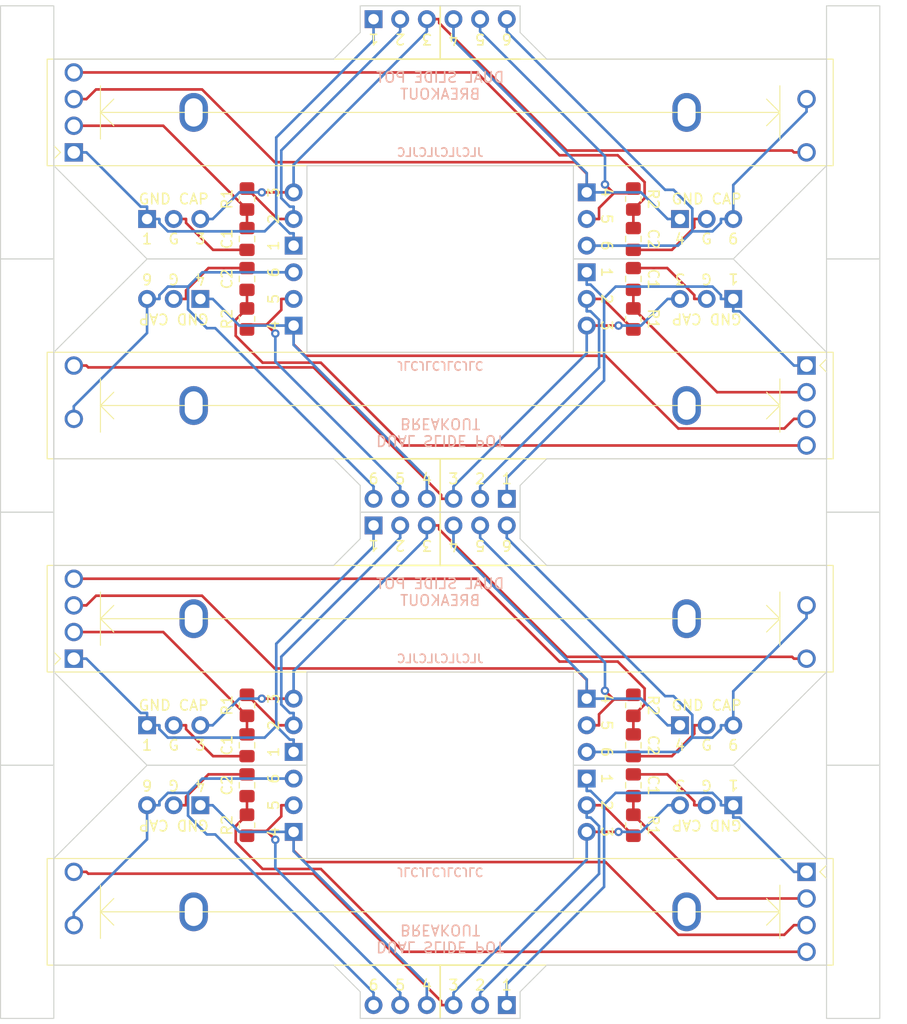
<source format=kicad_pcb>
(kicad_pcb (version 20221018) (generator pcbnew)
  (layers (0 "F.Cu" signal) (31 "B.Cu" signal) (34 "B.Paste" user) (35 "F.Paste" user) (36 "B.SilkS" user "B.Silkscreen") (37 "F.SilkS" user "F.Silkscreen") (38 "B.Mask" user) (39 "F.Mask" user) (44 "Edge.Cuts" user))
  (net 0 "")
  (net 1 "2")
  (net 2 "5")
  (net 3 "4")
  (net 4 "6")
  (net 5 "1")
  (net 6 "3")
  (net 7 "Net-(J1-C)")
  (net 8 "Net-(J2-C)")
  (net 9 "LOUT")
  (net 10 "ROUT")
  (footprint "Library:Potentiometer_60mm_Travel_Dual_Slide" (layer "F.Cu") (at 71.12 137.16 180)
    (fp_text reference "RV1" hide)
    (fp_text value "R_Potentiometer_Dual" hide)
  )
  (footprint "Library:PinHeader_1x03_P2.54mm_Vertical_no_silk" (layer "F.Cu") (at 48.26 127 -90)
    (fp_text reference "J2" hide)
    (fp_text value "Conn_01x03" hide)
  )
  (footprint "Library:PinHeader_1x03_P2.54mm_Vertical_no_silk" (layer "F.Cu") (at 43.18 119.38 90)
    (fp_text reference "J1" hide)
    (fp_text value "Conn_01x03" hide)
  )
  (footprint "Library:Potentiometer_60mm_Travel_Dual_Slide" (layer "F.Cu") (at 71.12 109.22)
    (fp_text reference "RV1" hide)
    (fp_text value "R_Potentiometer_Dual" hide)
  )
  (footprint "Resistor_SMD:R_0805_2012Metric_Pad1.20x1.40mm_HandSolder" (layer "F.Cu") (at 52.705 69.215 90)
    (fp_text reference "R1")
    (fp_text value "0R" hide)
  )
  (footprint "Library:PinHeader_1x03_P2.54mm_Vertical_no_silk" (layer "F.Cu") (at 99.06 78.740001 -90)
    (fp_text reference "J1" hide)
    (fp_text value "Conn_01x03" hide)
  )
  (footprint "Resistor_SMD:R_0805_2012Metric_Pad1.20x1.40mm_HandSolder" (layer "F.Cu") (at 89.535 128.905 -90)
    (fp_text reference "R1")
    (fp_text value "0R" hide)
  )
  (footprint "Resistor_SMD:R_0805_2012Metric_Pad1.20x1.40mm_HandSolder" (layer "F.Cu") (at 89.535 69.215 -90)
    (fp_text reference "R2")
    (fp_text value "0R" hide)
  )
  (footprint "Capacitor_SMD:C_0805_2012Metric_Pad1.18x1.45mm_HandSolder" (layer "F.Cu") (at 89.535 73.025 -90)
    (fp_text reference "C2")
    (fp_text value "1uF" hide)
  )
  (footprint "Library:PinHeader_1x03_P2.54mm_Vertical_no_silk" (layer "F.Cu") (at 43.18 71.12 90)
    (fp_text reference "J1" hide)
    (fp_text value "Conn_01x03" hide)
  )
  (footprint "Resistor_SMD:R_0805_2012Metric_Pad1.20x1.40mm_HandSolder" (layer "F.Cu") (at 89.535 117.475 -90)
    (fp_text reference "R2")
    (fp_text value "0R" hide)
  )
  (footprint "Resistor_SMD:R_0805_2012Metric_Pad1.20x1.40mm_HandSolder" (layer "F.Cu") (at 52.705 80.645 90)
    (fp_text reference "R2")
    (fp_text value "0R" hide)
  )
  (footprint "Capacitor_SMD:C_0805_2012Metric_Pad1.18x1.45mm_HandSolder" (layer "F.Cu") (at 89.535 76.835 90)
    (fp_text reference "C1")
    (fp_text value "1uF" hide)
  )
  (footprint "Capacitor_SMD:C_0805_2012Metric_Pad1.18x1.45mm_HandSolder" (layer "F.Cu") (at 52.705 125.095 90)
    (fp_text reference "C2")
    (fp_text value "1uF" hide)
  )
  (footprint "Capacitor_SMD:C_0805_2012Metric_Pad1.18x1.45mm_HandSolder" (layer "F.Cu") (at 89.535 121.285 -90)
    (fp_text reference "C2")
    (fp_text value "1uF" hide)
  )
  (footprint "Resistor_SMD:R_0805_2012Metric_Pad1.20x1.40mm_HandSolder" (layer "F.Cu") (at 52.705 128.905 90)
    (fp_text reference "R2")
    (fp_text value "0R" hide)
  )
  (footprint "Capacitor_SMD:C_0805_2012Metric_Pad1.18x1.45mm_HandSolder" (layer "F.Cu") (at 52.705 76.835 90)
    (fp_text reference "C2")
    (fp_text value "1uF" hide)
  )
  (footprint "Library:PinHeader_1x03_P2.54mm_Vertical_no_silk" (layer "F.Cu") (at 93.98 71.12 90)
    (fp_text reference "J2" hide)
    (fp_text value "Conn_01x03" hide)
  )
  (footprint "Library:PinHeader_1x03_P2.54mm_Vertical_no_silk" (layer "F.Cu") (at 99.06 127.000001 -90)
    (fp_text reference "J1" hide)
    (fp_text value "Conn_01x03" hide)
  )
  (footprint "Library:PinHeader_1x03_P2.54mm_Vertical_no_silk" (layer "F.Cu") (at 93.98 119.38 90)
    (fp_text reference "J2" hide)
    (fp_text value "Conn_01x03" hide)
  )
  (footprint "Library:Potentiometer_60mm_Travel_Dual_Slide" (layer "F.Cu") (at 71.12 60.96)
    (fp_text reference "RV1" hide)
    (fp_text value "R_Potentiometer_Dual" hide)
  )
  (footprint "Capacitor_SMD:C_0805_2012Metric_Pad1.18x1.45mm_HandSolder" (layer "F.Cu") (at 52.705 121.285 -90)
    (fp_text reference "C1")
    (fp_text value "1uF" hide)
  )
  (footprint "Resistor_SMD:R_0805_2012Metric_Pad1.20x1.40mm_HandSolder" (layer "F.Cu") (at 89.535 80.645 -90)
    (fp_text reference "R1")
    (fp_text value "0R" hide)
  )
  (footprint "Library:PinHeader_1x03_P2.54mm_Vertical_no_silk" (layer "F.Cu") (at 48.26 78.74 -90)
    (fp_text reference "J2" hide)
    (fp_text value "Conn_01x03" hide)
  )
  (footprint "Resistor_SMD:R_0805_2012Metric_Pad1.20x1.40mm_HandSolder" (layer "F.Cu") (at 52.705 117.475 90)
    (fp_text reference "R1")
    (fp_text value "0R" hide)
  )
  (footprint "Library:Potentiometer_60mm_Travel_Dual_Slide" (layer "F.Cu") (at 71.12 88.9 180)
    (fp_text reference "RV1" hide)
    (fp_text value "R_Potentiometer_Dual" hide)
  )
  (footprint "Capacitor_SMD:C_0805_2012Metric_Pad1.18x1.45mm_HandSolder" (layer "F.Cu") (at 89.535 125.095 90)
    (fp_text reference "C1")
    (fp_text value "1uF" hide)
  )
  (footprint "Capacitor_SMD:C_0805_2012Metric_Pad1.18x1.45mm_HandSolder" (layer "F.Cu") (at 52.705 73.025 -90)
    (fp_text reference "C1")
    (fp_text value "1uF" hide)
  )
  (footprint "Library:PinHeader_1x03_P2.54mm_Vertical_no_silk" (layer "B.Cu") (at 57.15 121.92)
    (fp_text reference "J3" hide)
    (fp_text value "Conn_01x03" hide)
  )
  (footprint "Library:PinHeader_1x06_P2.54mm_Vertical_no_silk" (layer "B.Cu") (at 64.77 100.33 -90)
    (fp_text reference "J6" hide)
    (fp_text value "Conn_01x06" hide)
  )
  (footprint "Library:PinHeader_1x06_P2.54mm_Vertical_no_silk" (layer "B.Cu") (at 77.47 146.05 90)
    (fp_text reference "J6" hide)
    (fp_text value "Conn_01x06" hide)
  )
  (footprint "Library:PinHeader_1x03_P2.54mm_Vertical_no_silk" (layer "B.Cu") (at 57.15 81.28)
    (fp_text reference "J4" hide)
    (fp_text value "Conn_01x03" hide)
  )
  (footprint "Library:PinHeader_1x06_P2.54mm_Vertical_no_silk" (layer "B.Cu") (at 64.77 52.07 -90)
    (fp_text reference "J6" hide)
    (fp_text value "Conn_01x06" hide)
  )
  (footprint "Library:PinHeader_1x06_P2.54mm_Vertical_no_silk" (layer "B.Cu") (at 77.47 97.79 90)
    (fp_text reference "J6" hide)
    (fp_text value "Conn_01x06" hide)
  )
  (footprint "Library:PinHeader_1x03_P2.54mm_Vertical_no_silk" (layer "B.Cu") (at 85.09 124.46 180)
    (fp_text reference "J3" hide)
    (fp_text value "Conn_01x03" hide)
  )
  (footprint "Library:PinHeader_1x03_P2.54mm_Vertical_no_silk" (layer "B.Cu") (at 85.09 68.58 180)
    (fp_text reference "J4" hide)
    (fp_text value "Conn_01x03" hide)
  )
  (footprint "Library:PinHeader_1x03_P2.54mm_Vertical_no_silk" (layer "B.Cu") (at 57.15 73.66)
    (fp_text reference "J3" hide)
    (fp_text value "Conn_01x03" hide)
  )
  (footprint "Library:PinHeader_1x03_P2.54mm_Vertical_no_silk" (layer "B.Cu") (at 85.09 76.2 180)
    (fp_text reference "J3" hide)
    (fp_text value "Conn_01x03" hide)
  )
  (footprint "Library:PinHeader_1x03_P2.54mm_Vertical_no_silk" (layer "B.Cu") (at 57.15 129.54)
    (fp_text reference "J4" hide)
    (fp_text value "Conn_01x03" hide)
  )
  (footprint "Library:PinHeader_1x03_P2.54mm_Vertical_no_silk" (layer "B.Cu") (at 85.09 116.84 180)
    (fp_text reference "J4" hide)
    (fp_text value "Conn_01x03" hide)
  )
  (gr_line (start 71.12 142.239999) (end 78.74 142.24) (stroke (width 0.15)) (layer "F.SilkS"))
  (gr_line (start 71.12 93.979999) (end 63.5 93.98) (stroke (width 0.15)) (layer "F.SilkS"))
  (gr_line (start 71.12 104.14) (end 78.74 104.14) (stroke (width 0.15)) (layer "F.SilkS"))
  (gr_line (start 71.12 142.239999) (end 63.5 142.24) (stroke (width 0.15)) (layer "F.SilkS"))
  (gr_line (start 71.12 99.06) (end 71.12 104.14) (stroke (width 0.15)) (layer "F.SilkS"))
  (gr_line (start 71.12 99.06) (end 71.12 93.979999) (stroke (width 0.15)) (layer "F.SilkS"))
  (gr_line (start 71.12 147.32) (end 71.12 142.239999) (stroke (width 0.15)) (layer "F.SilkS"))
  (gr_line (start 71.12 93.979999) (end 78.74 93.98) (stroke (width 0.15)) (layer "F.SilkS"))
  (gr_line (start 71.12 55.88) (end 63.5 55.88) (stroke (width 0.15)) (layer "F.SilkS"))
  (gr_line (start 71.12 104.14) (end 63.5 104.14) (stroke (width 0.15)) (layer "F.SilkS"))
  (gr_line (start 71.12 55.88) (end 78.74 55.88) (stroke (width 0.15)) (layer "F.SilkS"))
  (gr_line (start 71.12 50.8) (end 71.12 55.88) (stroke (width 0.15)) (layer "F.SilkS"))
  (gr_line (start 58.42 66.04) (end 58.42 74.93) (stroke (width 0.1)) (layer "Edge.Cuts"))
  (gr_line (start 83.82 114.3) (end 58.42 114.3) (stroke (width 0.1)) (layer "Edge.Cuts"))
  (gr_line (start 107.95 142.24) (end 81.279999 142.24) (stroke (width 0.1)) (layer "Edge.Cuts"))
  (gr_line (start 63.5 101.6) (end 63.5 99.06) (stroke (width 0.1)) (layer "Edge.Cuts"))
  (gr_line (start 63.5 50.8) (end 78.74 50.8) (stroke (width 0.1)) (layer "Edge.Cuts"))
  (gr_line (start 78.74 50.8) (end 78.74 53.34) (stroke (width 0.1)) (layer "Edge.Cuts"))
  (gr_line (start 78.74 96.52) (end 81.279999 93.98) (stroke (width 0.1)) (layer "Edge.Cuts"))
  (gr_line (start 60.960001 93.98) (end 34.29 93.98) (stroke (width 0.1)) (layer "Edge.Cuts"))
  (gr_rect (start 107.95 50.8) (end 113.03 74.93) (stroke (width 0.1)) (fill none) (layer "Edge.Cuts"))
  (gr_line (start 107.95 132.08) (end 107.95 142.24) (stroke (width 0.1)) (layer "Edge.Cuts"))
  (gr_line (start 58.42 123.19) (end 58.419999 132.08) (stroke (width 0.1)) (layer "Edge.Cuts"))
  (gr_line (start 34.29 114.3) (end 34.29 104.14) (stroke (width 0.1)) (layer "Edge.Cuts"))
  (gr_line (start 34.29 55.88) (end 60.96 55.88) (stroke (width 0.1)) (layer "Edge.Cuts"))
  (gr_line (start 58.419999 132.08) (end 83.820001 132.08) (stroke (width 0.1)) (layer "Edge.Cuts"))
  (gr_line (start 58.42 74.93) (end 43.18 74.93) (stroke (width 0.1)) (layer "Edge.Cuts"))
  (gr_line (start 63.5 99.06) (end 78.74 99.06) (stroke (width 0.1)) (layer "Edge.Cuts"))
  (gr_line (start 107.95 114.3) (end 99.06 123.19) (stroke (width 0.1)) (layer "Edge.Cuts"))
  (gr_rect (start 107.95 74.93) (end 113.03 99.06) (stroke (width 0.1)) (fill none) (layer "Edge.Cuts"))
  (gr_line (start 107.95 104.14) (end 107.95 114.3) (stroke (width 0.1)) (layer "Edge.Cuts"))
  (gr_line (start 99.06 74.93) (end 83.82 74.93) (stroke (width 0.1)) (layer "Edge.Cuts"))
  (gr_line (start 107.95 83.82) (end 99.06 74.93) (stroke (width 0.1)) (layer "Edge.Cuts"))
  (gr_line (start 78.74 99.06) (end 78.74 101.6) (stroke (width 0.1)) (layer "Edge.Cuts"))
  (gr_line (start 78.74 53.34) (end 81.28 55.88) (stroke (width 0.1)) (layer "Edge.Cuts"))
  (gr_rect (start 107.95 99.06) (end 113.03 123.19) (stroke (width 0.1)) (fill none) (layer "Edge.Cuts"))
  (gr_line (start 58.42 74.93) (end 58.419999 83.82) (stroke (width 0.1)) (layer "Edge.Cuts"))
  (gr_line (start 83.82 123.19) (end 99.06 123.19) (stroke (width 0.1)) (layer "Edge.Cuts"))
  (gr_rect (start 29.21 99.06) (end 34.29 123.19) (stroke (width 0.1)) (fill none) (layer "Edge.Cuts"))
  (gr_line (start 34.29 83.82) (end 43.18 74.93) (stroke (width 0.1)) (layer "Edge.Cuts"))
  (gr_line (start 34.29 104.14) (end 60.96 104.14) (stroke (width 0.1)) (layer "Edge.Cuts"))
  (gr_line (start 81.28 55.88) (end 107.95 55.88) (stroke (width 0.1)) (layer "Edge.Cuts"))
  (gr_line (start 83.82 74.93) (end 99.06 74.93) (stroke (width 0.1)) (layer "Edge.Cuts"))
  (gr_line (start 78.74 147.32) (end 63.5 147.32) (stroke (width 0.1)) (layer "Edge.Cuts"))
  (gr_line (start 63.5 53.34) (end 63.5 50.8) (stroke (width 0.1)) (layer "Edge.Cuts"))
  (gr_line (start 60.960001 142.24) (end 34.29 142.24) (stroke (width 0.1)) (layer "Edge.Cuts"))
  (gr_line (start 81.28 104.14) (end 107.95 104.14) (stroke (width 0.1)) (layer "Edge.Cuts"))
  (gr_line (start 34.29 114.3) (end 43.18 123.19) (stroke (width 0.1)) (layer "Edge.Cuts"))
  (gr_line (start 99.06 123.19) (end 83.82 123.19) (stroke (width 0.1)) (layer "Edge.Cuts"))
  (gr_line (start 43.18 123.19) (end 58.42 123.19) (stroke (width 0.1)) (layer "Edge.Cuts"))
  (gr_line (start 58.42 123.19) (end 43.18 123.19) (stroke (width 0.1)) (layer "Edge.Cuts"))
  (gr_line (start 63.5 101.6) (end 60.96 104.14) (stroke (width 0.1)) (layer "Edge.Cuts"))
  (gr_line (start 63.5 147.32) (end 63.5 144.78) (stroke (width 0.1)) (layer "Edge.Cuts"))
  (gr_line (start 83.82 66.04) (end 58.42 66.04) (stroke (width 0.1)) (layer "Edge.Cuts"))
  (gr_line (start 78.74 96.52) (end 78.74 99.06) (stroke (width 0.1)) (layer "Edge.Cuts"))
  (gr_line (start 63.5 144.78) (end 60.960001 142.24) (stroke (width 0.1)) (layer "Edge.Cuts"))
  (gr_line (start 34.29 66.04) (end 43.18 74.93) (stroke (width 0.1)) (layer "Edge.Cuts"))
  (gr_line (start 34.29 132.08) (end 43.18 123.19) (stroke (width 0.1)) (layer "Edge.Cuts"))
  (gr_line (start 34.29 142.24) (end 34.29 132.08) (stroke (width 0.1)) (layer "Edge.Cuts"))
  (gr_line (start 107.95 66.04) (end 99.06 74.93) (stroke (width 0.1)) (layer "Edge.Cuts"))
  (gr_line (start 63.5 53.34) (end 60.96 55.88) (stroke (width 0.1)) (layer "Edge.Cuts"))
  (gr_line (start 78.74 101.6) (end 81.28 104.14) (stroke (width 0.1)) (layer "Edge.Cuts"))
  (gr_line (start 83.820001 83.82) (end 83.82 74.93) (stroke (width 0.1)) (layer "Edge.Cuts"))
  (gr_line (start 78.74 144.78) (end 78.74 147.32) (stroke (width 0.1)) (layer "Edge.Cuts"))
  (gr_line (start 78.74 99.06) (end 63.5 99.06) (stroke (width 0.1)) (layer "Edge.Cuts"))
  (gr_line (start 43.18 74.93) (end 58.42 74.93) (stroke (width 0.1)) (layer "Edge.Cuts"))
  (gr_line (start 63.5 96.52) (end 60.960001 93.98) (stroke (width 0.1)) (layer "Edge.Cuts"))
  (gr_line (start 107.95 132.08) (end 99.06 123.19) (stroke (width 0.1)) (layer "Edge.Cuts"))
  (gr_line (start 78.74 144.78) (end 81.279999 142.24) (stroke (width 0.1)) (layer "Edge.Cuts"))
  (gr_line (start 107.95 55.88) (end 107.95 66.04) (stroke (width 0.1)) (layer "Edge.Cuts"))
  (gr_line (start 34.29 66.04) (end 34.29 55.88) (stroke (width 0.1)) (layer "Edge.Cuts"))
  (gr_line (start 34.29 93.98) (end 34.29 83.82) (stroke (width 0.1)) (layer "Edge.Cuts"))
  (gr_line (start 63.5 99.06) (end 63.5 96.52) (stroke (width 0.1)) (layer "Edge.Cuts"))
  (gr_rect (start 107.95 123.19) (end 113.03 147.32) (stroke (width 0.1)) (fill none) (layer "Edge.Cuts"))
  (gr_rect (start 29.21 74.93) (end 34.29 99.06) (stroke (width 0.1)) (fill none) (layer "Edge.Cuts"))
  (gr_line (start 83.82 74.93) (end 83.82 66.04) (stroke (width 0.1)) (layer "Edge.Cuts"))
  (gr_line (start 107.95 93.98) (end 81.279999 93.98) (stroke (width 0.1)) (layer "Edge.Cuts"))
  (gr_rect (start 29.21 50.8) (end 34.29 74.93) (stroke (width 0.1)) (fill none) (layer "Edge.Cuts"))
  (gr_rect (start 29.21 123.19) (end 34.29 147.32) (stroke (width 0.1)) (fill none) (layer "Edge.Cuts"))
  (gr_line (start 58.419999 83.82) (end 83.820001 83.82) (stroke (width 0.1)) (layer "Edge.Cuts"))
  (gr_line (start 107.95 83.82) (end 107.95 93.98) (stroke (width 0.1)) (layer "Edge.Cuts"))
  (gr_line (start 83.820001 132.08) (end 83.82 123.19) (stroke (width 0.1)) (layer "Edge.Cuts"))
  (gr_line (start 58.42 114.3) (end 58.42 123.19) (stroke (width 0.1)) (layer "Edge.Cuts"))
  (gr_line (start 83.82 123.19) (end 83.82 114.3) (stroke (width 0.1)) (layer "Edge.Cuts"))
  (gr_text "JLCJLCJLCJLC" (at 71.12 85.09 180) (layer "B.SilkS") (effects (font (size 0.8 0.8)) (justify mirror)))
  (gr_text "DUAL SLIDE POT\nBREAKOUT" (at 71.12 106.68) (layer "B.SilkS") (effects (font (size 1 1)) (justify mirror)))
  (gr_text "DUAL SLIDE POT\nBREAKOUT" (at 71.12 91.44 180) (layer "B.SilkS") (effects (font (size 1 1)) (justify mirror)))
  (gr_text "DUAL SLIDE POT\nBREAKOUT" (at 71.12 58.42) (layer "B.SilkS") (effects (font (size 1 1)) (justify mirror)))
  (gr_text "DUAL SLIDE POT\nBREAKOUT" (at 71.12 139.7 180) (layer "B.SilkS") (effects (font (size 1 1)) (justify mirror)))
  (gr_text "JLCJLCJLCJLC" (at 71.12 133.35 180) (layer "B.SilkS") (effects (font (size 0.8 0.8)) (justify mirror)))
  (gr_text "JLCJLCJLCJLC" (at 71.12 64.77) (layer "B.SilkS") (effects (font (size 0.8 0.8)) (justify mirror)))
  (gr_text "JLCJLCJLCJLC" (at 71.12 113.03) (layer "B.SilkS") (effects (font (size 0.8 0.8)) (justify mirror)))
  (gr_text "4" (at 93.98 121.285) (layer "F.SilkS") (effects (font (size 1 1))))
  (gr_text "2" (at 74.93 95.885) (layer "F.SilkS") (effects (font (size 1 1))))
  (gr_text "4" (at 69.85 95.884999) (layer "F.SilkS") (effects (font (size 1 1))))
  (gr_text "5" (at 55.245 127 90) (layer "F.SilkS") (effects (font (size 1 1))))
  (gr_text "2" (at 55.245 71.12 90) (layer "F.SilkS") (effects (font (size 1 1))))
  (gr_text "3" (at 48.26 73.025) (layer "F.SilkS") (effects (font (size 1 1))))
  (gr_text "4" (at 86.995 68.58 270) (layer "F.SilkS") (effects (font (size 1 1))))
  (gr_text "2" (at 67.31 53.975 180) (layer "F.SilkS") (effects (font (size 1 1))))
  (gr_text "GND CAP" (at 96.52 117.475) (layer "F.SilkS") (effects (font (size 1 1))))
  (gr_text "GND CAP" (at 45.72 128.905 180) (layer "F.SilkS") (effects (font (size 1 1))))
  (gr_text "5" (at 86.995 71.12 270) (layer "F.SilkS") (effects (font (size 1 1))))
  (gr_text "2" (at 86.995 78.74 -90) (layer "F.SilkS") (effects (font (size 1 1))))
  (gr_text "1" (at 86.995 124.46 -90) (layer "F.SilkS") (effects (font (size 1 1))))
  (gr_text "3" (at 48.26 121.285) (layer "F.SilkS") (effects (font (size 1 1))))
  (gr_text "1" (at 99.06 125.095 180) (layer "F.SilkS") (effects (font (size 1 1))))
  (gr_text "3" (at 93.98 76.835 180) (layer "F.SilkS") (effects (font (size 1 1))))
  (gr_text "4" (at 93.98 73.025) (layer "F.SilkS") (effects (font (size 1 1))))
  (gr_text "5" (at 67.31 95.885) (layer "F.SilkS") (effects (font (size 1 1))))
  (gr_text "3" (at 69.85 102.235 180) (layer "F.SilkS") (effects (font (size 1 1))))
  (gr_text "6" (at 99.06 121.285) (layer "F.SilkS") (effects (font (size 1 1))))
  (gr_text "6" (at 99.06 73.025) (layer "F.SilkS") (effects (font (size 1 1))))
  (gr_text "2" (at 74.93 144.145) (layer "F.SilkS") (effects (font (size 1 1))))
  (gr_text "GND CAP" (at 96.52 69.215) (layer "F.SilkS") (effects (font (size 1 1))))
  (gr_text "3" (at 55.245 116.84 90) (layer "F.SilkS") (effects (font (size 1 1))))
  (gr_text "6" (at 77.47 102.235 180) (layer "F.SilkS") (effects (font (size 1 1))))
  (gr_text "6" (at 77.47 53.975 180) (layer "F.SilkS") (effects (font (size 1 1))))
  (gr_text "3" (at 86.995 129.54 -90) (layer "F.SilkS") (effects (font (size 1 1))))
  (gr_text "2" (at 55.245 119.38 90) (layer "F.SilkS") (effects (font (size 1 1))))
  (gr_text "GND CAP" (at 45.72 117.475) (layer "F.SilkS") (effects (font (size 1 1))))
  (gr_text "1" (at 43.18 73.025) (layer "F.SilkS") (effects (font (size 1 1))))
  (gr_text "5" (at 74.93 53.975 180) (layer "F.SilkS") (effects (font (size 1 1))))
  (gr_text "5" (at 55.245 78.74 90) (layer "F.SilkS") (effects (font (size 1 1))))
  (gr_text "6" (at 55.245 124.46 90) (layer "F.SilkS") (effects (font (size 1 1))))
  (gr_text "3" (at 55.245 68.58 90) (layer "F.SilkS") (effects (font (size 1 1))))
  (gr_text "1" (at 77.47 144.145) (layer "F.SilkS") (effects (font (size 1 1))))
  (gr_text "GND CAP" (at 45.72 69.215) (layer "F.SilkS") (effects (font (size 1 1))))
  (gr_text "3" (at 72.39 144.144999) (layer "F.SilkS") (effects (font (size 1 1))))
  (gr_text "4" (at 86.995 116.84 270) (layer "F.SilkS") (effects (font (size 1 1))))
  (gr_text "G" (at 96.52 73.025) (layer "F.SilkS") (effects (font (size 1 1))))
  (gr_text "G" (at 96.52 125.095 180) (layer "F.SilkS") (effects (font (size 1 1))))
  (gr_text "1" (at 64.77 53.975 180) (layer "F.SilkS") (effects (font (size 1 1))))
  (gr_text "G" (at 96.52 121.285) (layer "F.SilkS") (effects (font (size 1 1))))
  (gr_text "3" (at 93.98 125.095 180) (layer "F.SilkS") (effects (font (size 1 1))))
  (gr_text "GND CAP" (at 96.52 128.905 180) (layer "F.SilkS") (effects (font (size 1 1))))
  (gr_text "2" (at 86.995 127 -90) (layer "F.SilkS") (effects (font (size 1 1))))
  (gr_text "6" (at 86.995 121.92 270) (layer "F.SilkS") (effects (font (size 1 1))))
  (gr_text "4" (at 55.245 129.54 90) (layer "F.SilkS") (effects (font (size 1 1))))
  (gr_text "4" (at 55.245 81.28 90) (layer "F.SilkS") (effects (font (size 1 1))))
  (gr_text "G" (at 45.72 76.835 180) (layer "F.SilkS") (effects (font (size 1 1))))
  (gr_text "5" (at 67.31 144.145) (layer "F.SilkS") (effects (font (size 1 1))))
  (gr_text "6" (at 86.995 73.66 270) (layer "F.SilkS") (effects (font (size 1 1))))
  (gr_text "4" (at 69.85 144.144999) (layer "F.SilkS") (effects (font (size 1 1))))
  (gr_text "4" (at 72.39 53.975 180) (layer "F.SilkS") (effects (font (size 1 1))))
  (gr_text "1" (at 86.995 76.2 -90) (layer "F.SilkS") (effects (font (size 1 1))))
  (gr_text "6" (at 64.77 95.885) (layer "F.SilkS") (effects (font (size 1 1))))
  (gr_text "1" (at 99.06 76.835 180) (layer "F.SilkS") (effects (font (size 1 1))))
  (gr_text "3" (at 72.39 95.884999) (layer "F.SilkS") (effects (font (size 1 1))))
  (gr_text "GND CAP" (at 96.52 80.645 180) (layer "F.SilkS") (effects (font (size 1 1))))
  (gr_text "1" (at 55.245 73.66 90) (layer "F.SilkS") (effects (font (size 1 1))))
  (gr_text "3" (at 86.995 81.28 -90) (layer "F.SilkS") (effects (font (size 1 1))))
  (gr_text "4" (at 72.39 102.235 180) (layer "F.SilkS") (effects (font (size 1 1))))
  (gr_text "6" (at 64.77 144.145) (layer "F.SilkS") (effects (font (size 1 1))))
  (gr_text "6" (at 43.18 76.835 180) (layer "F.SilkS") (effects (font (size 1 1))))
  (gr_text "5" (at 74.93 102.235 180) (layer "F.SilkS") (effects (font (size 1 1))))
  (gr_text "1" (at 55.245 121.92 90) (layer "F.SilkS") (effects (font (size 1 1))))
  (gr_text "3" (at 69.85 53.975 180) (layer "F.SilkS") (effects (font (size 1 1))))
  (gr_text "1" (at 77.47 95.885) (layer "F.SilkS") (effects (font (size 1 1))))
  (gr_text "GND CAP" (at 45.72 80.645 180) (layer "F.SilkS") (effects (font (size 1 1))))
  (gr_text "G" (at 45.72 121.285) (layer "F.SilkS") (effects (font (size 1 1))))
  (gr_text "G" (at 45.72 73.025) (layer "F.SilkS") (effects (font (size 1 1))))
  (gr_text "G" (at 45.72 125.095 180) (layer "F.SilkS") (effects (font (size 1 1))))
  (gr_text "1" (at 43.18 121.285) (layer "F.SilkS") (effects (font (size 1 1))))
  (gr_text "5" (at 86.995 119.38 270) (layer "F.SilkS") (effects (font (size 1 1))))
  (gr_text "6" (at 43.18 125.095 180) (layer "F.SilkS") (effects (font (size 1 1))))
  (gr_text "1" (at 64.77 102.235 180) (layer "F.SilkS") (effects (font (size 1 1))))
  (gr_text "4" (at 48.26 125.095 180) (layer "F.SilkS") (effects (font (size 1 1))))
  (gr_text "2" (at 67.31 102.235 180) (layer "F.SilkS") (effects (font (size 1 1))))
  (gr_text "6" (at 55.245 76.2 90) (layer "F.SilkS") (effects (font (size 1 1))))
  (gr_text "4" (at 48.26 76.835 180) (layer "F.SilkS") (effects (font (size 1 1))))
  (gr_text "G" (at 96.52 76.835 180) (layer "F.SilkS") (effects (font (size 1 1))))
  (segment (start 52.705 116.475) (end 55.61 119.38) (width 0.25) (layer "F.Cu") (net 1))
  (segment (start 89.535 81.645) (end 86.63 78.74) (width 0.25) (layer "F.Cu") (net 1))
  (segment (start 89.535 129.905) (end 86.63 127) (width 0.25) (layer "F.Cu") (net 1))
  (segment (start 57.15 119.38) (end 55.9749 119.38) (width 0.25) (layer "F.Cu") (net 1))
  (segment (start 86.63 78.74) (end 86.2651 78.74) (width 0.25) (layer "F.Cu") (net 1))
  (segment (start 86.63 127) (end 86.2651 127) (width 0.25) (layer "F.Cu") (net 1))
  (segment (start 55.61 71.12) (end 55.9749 71.12) (width 0.25) (layer "F.Cu") (net 1))
  (segment (start 57.15 71.12) (end 55.9749 71.12) (width 0.25) (layer "F.Cu") (net 1))
  (segment (start 52.705 68.215) (end 55.61 71.12) (width 0.25) (layer "F.Cu") (net 1))
  (segment (start 85.09 127) (end 86.2651 127) (width 0.25) (layer "F.Cu") (net 1))
  (segment (start 55.61 119.38) (end 55.9749 119.38) (width 0.25) (layer "F.Cu") (net 1))
  (segment (start 85.09 78.74) (end 86.2651 78.74) (width 0.25) (layer "F.Cu") (net 1))
  (segment (start 56.7847 118.2049) (end 55.9743 117.3945) (width 0.25) (layer "B.Cu") (net 1))
  (segment (start 85.09 79.9151) (end 85.4553 79.9151) (width 0.25) (layer "B.Cu") (net 1))
  (segment (start 86.2657 80.7255) (end 86.2657 85.2792) (width 0.25) (layer "B.Cu") (net 1))
  (segment (start 86.2657 128.9855) (end 86.2657 133.5392) (width 0.25) (layer "B.Cu") (net 1))
  (segment (start 85.09 128.1751) (end 85.4553 128.1751) (width 0.25) (layer "B.Cu") (net 1))
  (segment (start 85.4553 128.1751) (end 86.2657 128.9855) (width 0.25) (layer "B.Cu") (net 1))
  (segment (start 85.09 78.74) (end 85.09 79.9151) (width 0.25) (layer "B.Cu") (net 1))
  (segment (start 86.2657 85.2792) (end 74.93 96.6149) (width 0.25) (layer "B.Cu") (net 1))
  (segment (start 57.15 119.38) (end 57.15 118.2049) (width 0.25) (layer "B.Cu") (net 1))
  (segment (start 55.9743 69.1345) (end 55.9743 64.5808) (width 0.25) (layer "B.Cu") (net 1))
  (segment (start 57.15 118.2049) (end 56.7847 118.2049) (width 0.25) (layer "B.Cu") (net 1))
  (segment (start 85.4553 79.9151) (end 86.2657 80.7255) (width 0.25) (layer "B.Cu") (net 1))
  (segment (start 74.93 146.05) (end 74.93 144.8749) (width 0.25) (layer "B.Cu") (net 1))
  (segment (start 55.9743 64.5808) (end 67.31 53.2451) (width 0.25) (layer "B.Cu") (net 1))
  (segment (start 85.09 127) (end 85.09 128.1751) (width 0.25) (layer "B.Cu") (net 1))
  (segment (start 67.31 52.07) (end 67.31 53.2451) (width 0.25) (layer "B.Cu") (net 1))
  (segment (start 55.9743 117.3945) (end 55.9743 112.8408) (width 0.25) (layer "B.Cu") (net 1))
  (segment (start 67.31 100.33) (end 67.31 101.5051) (width 0.25) (layer "B.Cu") (net 1))
  (segment (start 56.7847 69.9449) (end 55.9743 69.1345) (width 0.25) (layer "B.Cu") (net 1))
  (segment (start 57.15 69.9449) (end 56.7847 69.9449) (width 0.25) (layer "B.Cu") (net 1))
  (segment (start 86.2657 133.5392) (end 74.93 144.8749) (width 0.25) (layer "B.Cu") (net 1))
  (segment (start 57.15 71.12) (end 57.15 69.9449) (width 0.25) (layer "B.Cu") (net 1))
  (segment (start 74.93 97.79) (end 74.93 96.6149) (width 0.25) (layer "B.Cu") (net 1))
  (segment (start 55.9743 112.8408) (end 67.31 101.5051) (width 0.25) (layer "B.Cu") (net 1))
  (segment (start 55.974901 79.7906) (end 54.5705 81.195) (width 0.25) (layer "F.Cu") (net 2))
  (segment (start 87.6695 116.925) (end 89.085 116.925) (width 0.25) (layer "F.Cu") (net 2))
  (segment (start 85.09 119.38) (end 86.2651 119.38) (width 0.25) (layer "F.Cu") (net 2))
  (segment (start 87.6695 68.665) (end 86.8326 67.8281) (width 0.25) (layer "F.Cu") (net 2))
  (segment (start 57.15 78.74) (end 55.9749 78.74) (width 0.25) (layer "F.Cu") (net 2))
  (segment (start 54.5705 81.195) (end 53.155 81.195) (width 0.25) (layer "F.Cu") (net 2))
  (segment (start 89.085 116.925) (end 89.535 116.475) (width 0.25) (layer "F.Cu") (net 2))
  (segment (start 54.5705 81.195) (end 55.4074 82.0319) (width 0.25) (layer "F.Cu") (net 2))
  (segment (start 55.9749 78.74) (end 55.974901 79.7906) (width 0.25) (layer "F.Cu") (net 2))
  (segment (start 57.15 127) (end 55.9749 127) (width 0.25) (layer "F.Cu") (net 2))
  (segment (start 55.974901 128.0506) (end 54.5705 129.455) (width 0.25) (layer "F.Cu") (net 2))
  (segment (start 54.5705 129.455) (end 53.155 129.455) (width 0.25) (layer "F.Cu") (net 2))
  (segment (start 55.9749 127) (end 55.974901 128.0506) (width 0.25) (layer "F.Cu") (net 2))
  (segment (start 54.5705 129.455) (end 55.4074 130.2919) (width 0.25) (layer "F.Cu") (net 2))
  (segment (start 85.09 71.12) (end 86.2651 71.12) (width 0.25) (layer "F.Cu") (net 2))
  (segment (start 86.2651 118.3294) (end 87.6695 116.925) (width 0.25) (layer "F.Cu") (net 2))
  (segment (start 86.2651 119.38) (end 86.2651 118.3294) (width 0.25) (layer "F.Cu") (net 2))
  (segment (start 87.6695 116.925) (end 86.8326 116.0881) (width 0.25) (layer "F.Cu") (net 2))
  (segment (start 53.155 81.195) (end 52.705 81.645) (width 0.25) (layer "F.Cu") (net 2))
  (segment (start 86.2651 71.12) (end 86.2651 70.0694) (width 0.25) (layer "F.Cu") (net 2))
  (segment (start 89.085 68.665) (end 89.535 68.215) (width 0.25) (layer "F.Cu") (net 2))
  (segment (start 53.155 129.455) (end 52.705 129.905) (width 0.25) (layer "F.Cu") (net 2))
  (segment (start 86.2651 70.0694) (end 87.6695 68.665) (width 0.25) (layer "F.Cu") (net 2))
  (segment (start 87.6695 68.665) (end 89.085 68.665) (width 0.25) (layer "F.Cu") (net 2))
  (via (at 55.4074 130.2919) (size 0.8) (drill 0.4) (layers "F.Cu" "B.Cu") (net 2))
  (via (at 86.8326 116.0881) (size 0.8) (drill 0.4) (layers "F.Cu" "B.Cu") (net 2))
  (via (at 55.4074 82.0319) (size 0.8) (drill 0.4) (layers "F.Cu" "B.Cu") (net 2))
  (via (at 86.8326 67.8281) (size 0.8) (drill 0.4) (layers "F.Cu" "B.Cu") (net 2))
  (segment (start 86.8326 65.1477) (end 86.8326 67.8281) (width 0.25) (layer "B.Cu") (net 2))
  (segment (start 55.4074 132.9723) (end 55.4074 130.2919) (width 0.25) (layer "B.Cu") (net 2))
  (segment (start 67.31 96.6149) (end 55.4074 84.7123) (width 0.25) (layer "B.Cu") (net 2))
  (segment (start 74.93 53.2451) (end 86.8326 65.1477) (width 0.25) (layer "B.Cu") (net 2))
  (segment (start 67.31 97.79) (end 67.31 96.6149) (width 0.25) (layer "B.Cu") (net 2))
  (segment (start 74.93 101.5051) (end 86.8326 113.4077) (width 0.25) (layer "B.Cu") (net 2))
  (segment (start 67.31 144.8749) (end 55.4074 132.9723) (width 0.25) (layer "B.Cu") (net 2))
  (segment (start 55.4074 84.7123) (end 55.4074 82.0319) (width 0.25) (layer "B.Cu") (net 2))
  (segment (start 74.93 100.33) (end 74.93 101.5051) (width 0.25) (layer "B.Cu") (net 2))
  (segment (start 86.8326 113.4077) (end 86.8326 116.0881) (width 0.25) (layer "B.Cu") (net 2))
  (segment (start 67.31 146.05) (end 67.31 144.8749) (width 0.25) (layer "B.Cu") (net 2))
  (segment (start 74.93 52.07) (end 74.93 53.2451) (width 0.25) (layer "B.Cu") (net 2))
  (segment (start 106.045 138.43) (end 104.8449 138.43) (width 0.25) (layer "F.Cu") (net 3))
  (segment (start 58.2452 132.4152) (end 86.8857 132.4152) (width 0.25) (layer "F.Cu") (net 3))
  (segment (start 36.195 59.69) (end 37.3951 59.69) (width 0.25) (layer "F.Cu") (net 3))
  (segment (start 85.09 116.84) (end 85.09 115.06) (width 0.25) (layer "F.Cu") (net 3))
  (segment (start 38.3161 58.769) (end 37.3951 59.69) (width 0.25) (layer "F.Cu") (net 3))
  (segment (start 106.045 90.17) (end 104.8449 90.17) (width 0.25) (layer "F.Cu") (net 3))
  (segment (start 85.09 115.06) (end 83.9948 113.9648) (width 0.25) (layer "F.Cu") (net 3))
  (segment (start 57.15 129.54) (end 57.15 131.32) (width 0.25) (layer "F.Cu") (net 3))
  (segment (start 48.4185 58.769) (end 38.3161 58.769) (width 0.25) (layer "F.Cu") (net 3))
  (segment (start 83.9948 113.9648) (end 55.3543 113.9648) (width 0.25) (layer "F.Cu") (net 3))
  (segment (start 93.821501 91.091) (end 103.9239 91.091) (width 0.25) (layer "F.Cu") (net 3))
  (segment (start 55.3543 65.7048) (end 48.4185 58.769) (width 0.25) (layer "F.Cu") (net 3))
  (segment (start 86.8857 84.1552) (end 93.821501 91.091) (width 0.25) (layer "F.Cu") (net 3))
  (segment (start 57.15 81.28) (end 57.15 83.06) (width 0.25) (layer "F.Cu") (net 3))
  (segment (start 85.09 66.8) (end 83.9948 65.7048) (width 0.25) (layer "F.Cu") (net 3))
  (segment (start 83.9948 65.7048) (end 55.3543 65.7048) (width 0.25) (layer "F.Cu") (net 3))
  (segment (start 57.15 131.32) (end 58.2452 132.4152) (width 0.25) (layer "F.Cu") (net 3))
  (segment (start 55.3543 113.9648) (end 48.4185 107.029) (width 0.25) (layer "F.Cu") (net 3))
  (segment (start 58.2452 84.1552) (end 86.8857 84.1552) (width 0.25) (layer "F.Cu") (net 3))
  (segment (start 103.9239 139.351) (end 104.8449 138.43) (width 0.25) (layer "F.Cu") (net 3))
  (segment (start 36.195 107.95) (end 37.3951 107.95) (width 0.25) (layer "F.Cu") (net 3))
  (segment (start 86.8857 132.4152) (end 93.821501 139.351) (width 0.25) (layer "F.Cu") (net 3))
  (segment (start 93.821501 139.351) (end 103.9239 139.351) (width 0.25) (layer "F.Cu") (net 3))
  (segment (start 103.9239 91.091) (end 104.8449 90.17) (width 0.25) (layer "F.Cu") (net 3))
  (segment (start 57.15 83.06) (end 58.2452 84.1552) (width 0.25) (layer "F.Cu") (net 3))
  (segment (start 85.09 68.58) (end 85.09 66.8) (width 0.25) (layer "F.Cu") (net 3))
  (segment (start 48.4185 107.029) (end 38.3161 107.029) (width 0.25) (layer "F.Cu") (net 3))
  (segment (start 38.3161 107.029) (end 37.3951 107.95) (width 0.25) (layer "F.Cu") (net 3))
  (segment (start 57.15 129.54) (end 57.15 130.7151) (width 0.25) (layer "B.Cu") (net 3))
  (segment (start 85.09 68.58) (end 90.2649 68.58) (width 0.25) (layer "B.Cu") (net 3))
  (segment (start 57.15 83.1199) (end 69.85 95.8199) (width 0.25) (layer "B.Cu") (net 3))
  (segment (start 85.09 115.6649) (end 85.09 115.0001) (width 0.25) (layer "B.Cu") (net 3))
  (segment (start 72.39 100.33) (end 72.39 101.5051) (width 0.25) (layer "B.Cu") (net 3))
  (segment (start 85.09 67.4049) (end 85.09 66.7401) (width 0.25) (layer "B.Cu") (net 3))
  (segment (start 57.15 130.7151) (end 57.15 131.3799) (width 0.25) (layer "B.Cu") (net 3))
  (segment (start 85.09 116.84) (end 90.2649 116.84) (width 0.25) (layer "B.Cu") (net 3))
  (segment (start 90.2649 68.58) (end 92.8049 71.12) (width 0.25) (layer "B.Cu") (net 3))
  (segment (start 90.2649 116.84) (end 92.8049 119.38) (width 0.25) (layer "B.Cu") (net 3))
  (segment (start 85.09 68.58) (end 85.09 67.4049) (width 0.25) (layer "B.Cu") (net 3))
  (segment (start 85.09 116.84) (end 85.09 115.6649) (width 0.25) (layer "B.Cu") (net 3))
  (segment (start 57.15 131.3799) (end 69.85 144.0799) (width 0.25) (layer "B.Cu") (net 3))
  (segment (start 93.98 119.38) (end 92.8049 119.38) (width 0.25) (layer "B.Cu") (net 3))
  (segment (start 72.39 102.3001) (end 72.39 101.5051) (width 0.25) (layer "B.Cu") (net 3))
  (segment (start 85.09 115.0001) (end 72.39 102.3001) (width 0.25) (layer "B.Cu") (net 3))
  (segment (start 85.09 66.7401) (end 72.39 54.0401) (width 0.25) (layer "B.Cu") (net 3))
  (segment (start 48.26 78.74) (end 49.4351 78.74) (width 0.25) (layer "B.Cu") (net 3))
  (segment (start 69.85 144.0799) (end 69.849999 144.8749) (width 0.25) (layer "B.Cu") (net 3))
  (segment (start 69.85 95.8199) (end 69.849999 96.6149) (width 0.25) (layer "B.Cu") (net 3))
  (segment (start 57.15 129.54) (end 51.9751 129.54) (width 0.25) (layer "B.Cu") (net 3))
  (segment (start 69.85 97.79) (end 69.849999 96.6149) (width 0.25) (layer "B.Cu") (net 3))
  (segment (start 51.9751 129.54) (end 49.4351 127) (width 0.25) (layer "B.Cu") (net 3))
  (segment (start 72.39 52.07) (end 72.39 53.2451) (width 0.25) (layer "B.Cu") (net 3))
  (segment (start 72.39 54.0401) (end 72.39 53.2451) (width 0.25) (layer "B.Cu") (net 3))
  (segment (start 93.98 71.12) (end 92.8049 71.12) (width 0.25) (layer "B.Cu") (net 3))
  (segment (start 51.9751 81.28) (end 49.4351 78.74) (width 0.25) (layer "B.Cu") (net 3))
  (segment (start 48.26 127) (end 49.4351 127) (width 0.25) (layer "B.Cu") (net 3))
  (segment (start 57.15 82.4551) (end 57.15 83.1199) (width 0.25) (layer "B.Cu") (net 3))
  (segment (start 57.15 81.28) (end 51.9751 81.28) (width 0.25) (layer "B.Cu") (net 3))
  (segment (start 57.15 81.28) (end 57.15 82.4551) (width 0.25) (layer "B.Cu") (net 3))
  (segment (start 69.85 146.05) (end 69.849999 144.8749) (width 0.25) (layer "B.Cu") (net 3))
  (segment (start 47.0848 77.5648) (end 45.1651 77.5648) (width 0.25) (layer "B.Cu") (net 4))
  (segment (start 93.3628 116.5972) (end 95.1552 118.3896) (width 0.25) (layer "B.Cu") (net 4))
  (segment (start 47.0848 79.7304) (end 47.0848 77.5648) (width 0.25) (layer "B.Cu") (net 4))
  (segment (start 97.0749 120.5552) (end 97.8849 119.7452) (width 0.25) (layer "B.Cu") (net 4))
  (segment (start 97.0749 72.2952) (end 97.8849 71.4852) (width 0.25) (layer "B.Cu") (net 4))
  (segment (start 97.8849 71.4852) (end 97.8849 71.12) (width 0.25) (layer "B.Cu") (net 4))
  (segment (start 64.77 144.8749) (end 49.6779 129.7828) (width 0.25) (layer "B.Cu") (net 4))
  (segment (start 93.7904 73.66) (end 95.1552 72.2952) (width 0.25) (layer "B.Cu") (net 4))
  (segment (start 47.0848 127.9904) (end 47.0848 125.8248) (width 0.25) (layer "B.Cu") (net 4))
  (segment (start 64.77 97.79) (end 64.77 96.6149) (width 0.25) (layer "B.Cu") (net 4))
  (segment (start 106.045 109.1501) (end 99.06 116.1351) (width 0.25) (layer "B.Cu") (net 4))
  (segment (start 45.1651 125.8248) (end 44.3551 126.6348) (width 0.25) (layer "B.Cu") (net 4))
  (segment (start 36.195 138.43) (end 36.195 137.2299) (width 0.25) (layer "B.Cu") (net 4))
  (segment (start 49.6779 81.5228) (end 48.8772 81.5228) (width 0.25) (layer "B.Cu") (net 4))
  (segment (start 36.195 88.9699) (end 43.18 81.984899) (width 0.25) (layer "B.Cu") (net 4))
  (segment (start 99.06 119.38) (end 97.8849 119.38) (width 0.25) (layer "B.Cu") (net 4))
  (segment (start 99.06 67.8751) (end 99.06 71.12) (width 0.25) (layer "B.Cu") (net 4))
  (segment (start 48.8772 129.7828) (end 47.0848 127.9904) (width 0.25) (layer "B.Cu") (net 4))
  (segment (start 95.1552 118.3896) (end 95.1552 120.5552) (width 0.25) (layer "B.Cu") (net 4))
  (segment (start 43.18 78.740001) (end 44.3551 78.74) (width 0.25) (layer "B.Cu") (net 4))
  (segment (start 43.18 130.244899) (end 43.18 127.000001) (width 0.25) (layer "B.Cu") (net 4))
  (segment (start 85.09 121.92) (end 93.7904 121.92) (width 0.25) (layer "B.Cu") (net 4))
  (segment (start 49.6779 129.7828) (end 48.8772 129.7828) (width 0.25) (layer "B.Cu") (net 4))
  (segment (start 106.045 59.69) (end 106.045 60.8901) (width 0.25) (layer "B.Cu") (net 4))
  (segment (start 43.18 81.984899) (end 43.18 78.740001) (width 0.25) (layer "B.Cu") (net 4))
  (segment (start 77.47 53.2451) (end 92.5621 68.3372) (width 0.25) (layer "B.Cu") (net 4))
  (segment (start 77.47 101.5051) (end 92.5621 116.5972) (width 0.25) (layer "B.Cu") (net 4))
  (segment (start 57.15 76.2) (end 48.4496 76.199999) (width 0.25) (layer "B.Cu") (net 4))
  (segment (start 48.8772 81.5228) (end 47.0848 79.7304) (width 0.25) (layer "B.Cu") (net 4))
  (segment (start 64.77 96.6149) (end 49.6779 81.5228) (width 0.25) (layer "B.Cu") (net 4))
  (segment (start 92.5621 68.3372) (end 93.3628 68.3372) (width 0.25) (layer "B.Cu") (net 4))
  (segment (start 77.47 52.07) (end 77.47 53.2451) (width 0.25) (layer "B.Cu") (net 4))
  (segment (start 47.0848 125.8248) (end 45.1651 125.8248) (width 0.25) (layer "B.Cu") (net 4))
  (segment (start 48.4496 124.459999) (end 47.0848 125.8248) (width 0.25) (layer "B.Cu") (net 4))
  (segment (start 44.3551 126.6348) (end 44.3551 127) (width 0.25) (layer "B.Cu") (net 4))
  (segment (start 99.06 71.12) (end 97.8849 71.12) (width 0.25) (layer "B.Cu") (net 4))
  (segment (start 64.77 146.05) (end 64.77 144.8749) (width 0.25) (layer "B.Cu") (net 4))
  (segment (start 48.4496 76.199999) (end 47.0848 77.5648) (width 0.25) (layer "B.Cu") (net 4))
  (segment (start 36.195 90.17) (end 36.195 88.9699) (width 0.25) (layer "B.Cu") (net 4))
  (segment (start 36.195 137.2299) (end 43.18 130.244899) (width 0.25) (layer "B.Cu") (net 4))
  (segment (start 44.3551 78.3748) (end 44.3551 78.74) (width 0.25) (layer "B.Cu") (net 4))
  (segment (start 93.3628 68.3372) (end 95.1552 70.1296) (width 0.25) (layer "B.Cu") (net 4))
  (segment (start 93.7904 121.92) (end 95.1552 120.5552) (width 0.25) (layer "B.Cu") (net 4))
  (segment (start 57.15 124.46) (end 48.4496 124.459999) (width 0.25) (layer "B.Cu") (net 4))
  (segment (start 95.1552 120.5552) (end 97.0749 120.5552) (width 0.25) (layer "B.Cu") (net 4))
  (segment (start 106.045 107.95) (end 106.045 109.1501) (width 0.25) (layer "B.Cu") (net 4))
  (segment (start 43.18 127.000001) (end 44.3551 127) (width 0.25) (layer "B.Cu") (net 4))
  (segment (start 95.1552 72.2952) (end 97.0749 72.2952) (width 0.25) (layer "B.Cu") (net 4))
  (segment (start 92.5621 116.5972) (end 93.3628 116.5972) (width 0.25) (layer "B.Cu") (net 4))
  (segment (start 45.1651 77.5648) (end 44.3551 78.3748) (width 0.25) (layer "B.Cu") (net 4))
  (segment (start 95.1552 70.1296) (end 95.1552 72.2952) (width 0.25) (layer "B.Cu") (net 4))
  (segment (start 99.06 116.1351) (end 99.06 119.38) (width 0.25) (layer "B.Cu") (net 4))
  (segment (start 106.045 60.8901) (end 99.06 67.8751) (width 0.25) (layer "B.Cu") (net 4))
  (segment (start 77.47 100.33) (end 77.47 101.5051) (width 0.25) (layer "B.Cu") (net 4))
  (segment (start 85.09 73.66) (end 93.7904 73.66) (width 0.25) (layer "B.Cu") (net 4))
  (segment (start 97.8849 119.7452) (end 97.8849 119.38) (width 0.25) (layer "B.Cu") (net 4))
  (segment (start 87.8462 125.824899) (end 97.0771 125.824899) (width 0.25) (layer "B.Cu") (net 5))
  (segment (start 57.15 121.92) (end 57.15 120.7449) (width 0.25) (layer "B.Cu") (net 5))
  (segment (start 86.7466 134.7719) (end 86.7466 126.9245) (width 0.25) (layer "B.Cu") (net 5))
  (segment (start 85.09 124.46) (end 85.09 125.6351) (width 0.25) (layer "B.Cu") (net 5))
  (segment (start 43.18 119.38) (end 44.3551 119.38) (width 0.25) (layer "B.Cu") (net 5))
  (segment (start 106.045 133.35) (end 104.8449 133.35) (width 0.25) (layer "B.Cu") (net 5))
  (segment (start 85.09 76.2) (end 85.09 77.3751) (width 0.25) (layer "B.Cu") (net 5))
  (segment (start 55.4934 71.1955) (end 54.3938 72.2951) (width 0.25) (layer "B.Cu") (net 5))
  (segment (start 55.4934 63.3481) (end 55.4934 71.1955) (width 0.25) (layer "B.Cu") (net 5))
  (segment (start 44.3551 119.7473) (end 44.3551 119.38) (width 0.25) (layer "B.Cu") (net 5))
  (segment (start 37.3951 113.03) (end 42.57 118.2049) (width 0.25) (layer "B.Cu") (net 5))
  (segment (start 77.47 97.79) (end 77.47 95.7885) (width 0.25) (layer "B.Cu") (net 5))
  (segment (start 97.0771 77.564899) (end 97.8849 78.3727) (width 0.25) (layer "B.Cu") (net 5))
  (segment (start 99.06 127.000001) (end 99.06 128.1751) (width 0.25) (layer "B.Cu") (net 5))
  (segment (start 99.67 79.9151) (end 99.06 79.9151) (width 0.25) (layer "B.Cu") (net 5))
  (segment (start 45.1629 72.2951) (end 44.3551 71.4873) (width 0.25) (layer "B.Cu") (net 5))
  (segment (start 55.4934 119.4555) (end 54.3938 120.5551) (width 0.25) (layer "B.Cu") (net 5))
  (segment (start 97.0771 125.824899) (end 97.8849 126.6327) (width 0.25) (layer "B.Cu") (net 5))
  (segment (start 54.3938 120.5551) (end 45.1629 120.5551) (width 0.25) (layer "B.Cu") (net 5))
  (segment (start 106.045 85.09) (end 104.8449 85.09) (width 0.25) (layer "B.Cu") (net 5))
  (segment (start 64.77 102.3315) (end 55.4934 111.6081) (width 0.25) (layer "B.Cu") (net 5))
  (segment (start 85.4572 125.6351) (end 85.09 125.6351) (width 0.25) (layer "B.Cu") (net 5))
  (segment (start 86.7466 126.9245) (end 85.4572 125.6351) (width 0.25) (layer "B.Cu") (net 5))
  (segment (start 43.18 119.38) (end 43.18 118.2049) (width 0.25) (layer "B.Cu") (net 5))
  (segment (start 104.8449 133.35) (end 99.67 128.1751) (width 0.25) (layer "B.Cu") (net 5))
  (segment (start 77.47 95.7885) (end 86.7466 86.5119) (width 0.25) (layer "B.Cu") (net 5))
  (segment (start 85.4572 77.3751) (end 85.09 77.3751) (width 0.25) (layer "B.Cu") (net 5))
  (segment (start 99.06 127.000001) (end 97.8849 127) (width 0.25) (layer "B.Cu") (net 5))
  (segment (start 55.4934 71.1955) (end 56.7828 72.4849) (width 0.25) (layer "B.Cu") (net 5))
  (segment (start 56.7828 72.4849) (end 57.15 72.4849) (width 0.25) (layer "B.Cu") (net 5))
  (segment (start 36.195 64.77) (end 37.3951 64.77) (width 0.25) (layer "B.Cu") (net 5))
  (segment (start 104.8449 85.09) (end 99.67 79.9151) (width 0.25) (layer "B.Cu") (net 5))
  (segment (start 64.77 52.07) (end 64.77 54.0715) (width 0.25) (layer "B.Cu") (net 5))
  (segment (start 86.7466 78.6645) (end 87.8462 77.564899) (width 0.25) (layer "B.Cu") (net 5))
  (segment (start 99.06 78.740001) (end 97.8849 78.74) (width 0.25) (layer "B.Cu") (net 5))
  (segment (start 44.3551 71.4873) (end 44.3551 71.12) (width 0.25) (layer "B.Cu") (net 5))
  (segment (start 54.3938 72.2951) (end 45.1629 72.2951) (width 0.25) (layer "B.Cu") (net 5))
  (segment (start 97.8849 78.3727) (end 97.8849 78.74) (width 0.25) (layer "B.Cu") (net 5))
  (segment (start 43.18 71.12) (end 43.18 69.9449) (width 0.25) (layer "B.Cu") (net 5))
  (segment (start 36.195 113.03) (end 37.3951 113.03) (width 0.25) (layer "B.Cu") (net 5))
  (segment (start 87.8462 77.564899) (end 97.0771 77.564899) (width 0.25) (layer "B.Cu") (net 5))
  (segment (start 99.06 78.740001) (end 99.06 79.9151) (width 0.25) (layer "B.Cu") (net 5))
  (segment (start 86.7466 126.9245) (end 87.8462 125.824899) (width 0.25) (layer "B.Cu") (net 5))
  (segment (start 43.18 71.12) (end 44.3551 71.12) (width 0.25) (layer "B.Cu") (net 5))
  (segment (start 55.4934 119.4555) (end 56.7828 120.7449) (width 0.25) (layer "B.Cu") (net 5))
  (segment (start 55.4934 111.6081) (end 55.4934 119.4555) (width 0.25) (layer "B.Cu") (net 5))
  (segment (start 77.47 146.05) (end 77.47 144.0485) (width 0.25) (layer "B.Cu") (net 5))
  (segment (start 64.77 100.33) (end 64.77 102.3315) (width 0.25) (layer "B.Cu") (net 5))
  (segment (start 64.77 54.0715) (end 55.4934 63.3481) (width 0.25) (layer "B.Cu") (net 5))
  (segment (start 57.15 73.66) (end 57.15 72.4849) (width 0.25) (layer "B.Cu") (net 5))
  (segment (start 37.3951 64.77) (end 42.57 69.9449) (width 0.25) (layer "B.Cu") (net 5))
  (segment (start 86.7466 86.5119) (end 86.7466 78.6645) (width 0.25) (layer "B.Cu") (net 5))
  (segment (start 77.47 144.0485) (end 86.7466 134.7719) (width 0.25) (layer "B.Cu") (net 5))
  (segment (start 42.57 69.9449) (end 43.18 69.9449) (width 0.25) (layer "B.Cu") (net 5))
  (segment (start 56.7828 120.7449) (end 57.15 120.7449) (width 0.25) (layer "B.Cu") (net 5))
  (segment (start 99.67 128.1751) (end 99.06 128.1751) (width 0.25) (layer "B.Cu") (net 5))
  (segment (start 97.8849 126.6327) (end 97.8849 127) (width 0.25) (layer "B.Cu") (net 5))
  (segment (start 45.1629 120.5551) (end 44.3551 119.7473) (width 0.25) (layer "B.Cu") (net 5))
  (segment (start 86.7466 78.6645) (end 85.4572 77.3751) (width 0.25) (layer "B.Cu") (net 5))
  (segment (start 42.57 118.2049) (end 43.18 118.2049) (width 0.25) (layer "B.Cu") (net 5))
  (segment (start 72.39 146.05) (end 71.2149 146.05) (width 0.25) (layer "F.Cu") (net 6))
  (segment (start 71.2149 145.6828) (end 71.2149 146.05) (width 0.25) (layer "F.Cu") (net 6))
  (segment (start 37.3951 85.09) (end 37.5706 85.2655) (width 0.25) (layer "F.Cu") (net 6))
  (segment (start 106.045 113.03) (end 104.8449 113.03) (width 0.25) (layer "F.Cu") (net 6))
  (segment (start 104.8449 113.03) (end 104.6694 112.8545) (width 0.25) (layer "F.Cu") (net 6))
  (segment (start 57.15 68.58) (end 54.1167 68.58) (width 0.25) (layer "F.Cu") (net 6))
  (segment (start 83.1824 64.5945) (end 71.0251 52.4372) (width 0.25) (layer "F.Cu") (net 6))
  (segment (start 69.85 52.07) (end 71.0251 52.07) (width 0.25) (layer "F.Cu") (net 6))
  (segment (start 37.5706 133.5255) (end 59.0576 133.5255) (width 0.25) (layer "F.Cu") (net 6))
  (segment (start 104.8449 64.77) (end 104.6694 64.5945) (width 0.25) (layer "F.Cu") (net 6))
  (segment (start 36.195 85.09) (end 37.3951 85.09) (width 0.25) (layer "F.Cu") (net 6))
  (segment (start 59.0576 85.2655) (end 71.2149 97.4228) (width 0.25) (layer "F.Cu") (net 6))
  (segment (start 37.3951 133.35) (end 37.5706 133.5255) (width 0.25) (layer "F.Cu") (net 6))
  (segment (start 104.6694 112.8545) (end 83.1824 112.8545) (width 0.25) (layer "F.Cu") (net 6))
  (segment (start 57.15 116.84) (end 54.1167 116.84) (width 0.25) (layer "F.Cu") (net 6))
  (segment (start 36.195 133.35) (end 37.3951 133.35) (width 0.25) (layer "F.Cu") (net 6))
  (segment (start 59.0576 133.5255) (end 71.2149 145.6828) (width 0.25) (layer "F.Cu") (net 6))
  (segment (start 104.6694 64.5945) (end 83.1824 64.5945) (width 0.25) (layer "F.Cu") (net 6))
  (segment (start 37.5706 85.2655) (end 59.0576 85.2655) (width 0.25) (layer "F.Cu") (net 6))
  (segment (start 85.09 129.54) (end 88.1233 129.54) (width 0.25) (layer "F.Cu") (net 6))
  (segment (start 71.2149 97.4228) (end 71.2149 97.79) (width 0.25) (layer "F.Cu") (net 6))
  (segment (start 85.09 81.28) (end 88.1233 81.28) (width 0.25) (layer "F.Cu") (net 6))
  (segment (start 71.0251 100.6972) (end 71.0251 100.33) (width 0.25) (layer "F.Cu") (net 6))
  (segment (start 83.1824 112.8545) (end 71.0251 100.6972) (width 0.25) (layer "F.Cu") (net 6))
  (segment (start 69.85 100.33) (end 71.0251 100.33) (width 0.25) (layer "F.Cu") (net 6))
  (segment (start 106.045 64.77) (end 104.8449 64.77) (width 0.25) (layer "F.Cu") (net 6))
  (segment (start 72.39 97.79) (end 71.2149 97.79) (width 0.25) (layer "F.Cu") (net 6))
  (segment (start 71.0251 52.4372) (end 71.0251 52.07) (width 0.25) (layer "F.Cu") (net 6))
  (via (at 54.1167 68.58) (size 0.8) (drill 0.4) (layers "F.Cu" "B.Cu") (net 6))
  (via (at 88.1233 129.54) (size 0.8) (drill 0.4) (layers "F.Cu" "B.Cu") (net 6))
  (via (at 88.1233 81.28) (size 0.8) (drill 0.4) (layers "F.Cu" "B.Cu") (net 6))
  (via (at 54.1167 116.84) (size 0.8) (drill 0.4) (layers "F.Cu" "B.Cu") (net 6))
  (segment (start 69.85 100.33) (end 69.85 101.5051) (width 0.25) (layer "B.Cu") (net 6))
  (segment (start 93.98 78.74) (end 92.8049 78.74) (width 0.25) (layer "B.Cu") (net 6))
  (segment (start 90.2649 129.54) (end 88.1233 129.54) (width 0.25) (layer "B.Cu") (net 6))
  (segment (start 57.15 114.2051) (end 57.15 116.84) (width 0.25) (layer "B.Cu") (net 6))
  (segment (start 49.4351 119.38) (end 51.9751 116.84) (width 0.25) (layer "B.Cu") (net 6))
  (segment (start 85.09 83.9149) (end 85.09 81.28) (width 0.25) (layer "B.Cu") (net 6))
  (segment (start 92.8049 78.74) (end 90.2649 81.28) (width 0.25) (layer "B.Cu") (net 6))
  (segment (start 51.9751 68.58) (end 54.1167 68.58) (width 0.25) (layer "B.Cu") (net 6))
  (segment (start 93.98 127) (end 92.8049 127) (width 0.25) (layer "B.Cu") (net 6))
  (segment (start 69.85 52.07) (end 69.85 53.2451) (width 0.25) (layer "B.Cu") (net 6))
  (segment (start 51.9751 116.84) (end 54.1167 116.84) (width 0.25) (layer "B.Cu") (net 6))
  (segment (start 69.85 101.5051) (end 57.15 114.2051) (width 0.25) (layer "B.Cu") (net 6))
  (segment (start 72.39 146.05) (end 72.390001 144.8749) (width 0.25) (layer "B.Cu") (net 6))
  (segment (start 90.2649 81.28) (end 88.1233 81.28) (width 0.25) (layer "B.Cu") (net 6))
  (segment (start 72.39 97.79) (end 72.390001 96.6149) (width 0.25) (layer "B.Cu") (net 6))
  (segment (start 85.09 132.1749) (end 85.09 129.54) (width 0.25) (layer "B.Cu") (net 6))
  (segment (start 57.15 65.9451) (end 57.15 68.58) (width 0.25) (layer "B.Cu") (net 6))
  (segment (start 72.390001 144.8749) (end 85.09 132.1749) (width 0.25) (layer "B.Cu") (net 6))
  (segment (start 69.85 53.2451) (end 57.15 65.9451) (width 0.25) (layer "B.Cu") (net 6))
  (segment (start 49.4351 71.12) (end 51.9751 68.58) (width 0.25) (layer "B.Cu") (net 6))
  (segment (start 72.390001 96.6149) (end 85.09 83.9149) (width 0.25) (layer "B.Cu") (net 6))
  (segment (start 48.26 71.12) (end 49.4351 71.12) (width 0.25) (layer "B.Cu") (net 6))
  (segment (start 92.8049 127) (end 90.2649 129.54) (width 0.25) (layer "B.Cu") (net 6))
  (segment (start 48.26 119.38) (end 49.4351 119.38) (width 0.25) (layer "B.Cu") (net 6))
  (segment (start 95.3449 78.74) (end 95.344901 78.3728) (width 0.25) (layer "F.Cu") (net 7))
  (segment (start 46.8951 119.38) (end 46.8951 119.7472) (width 0.25) (layer "F.Cu") (net 7))
  (segment (start 49.4704 122.3225) (end 52.705 122.3225) (width 0.25) (layer "F.Cu") (net 7))
  (segment (start 95.344901 78.3728) (end 92.7696 75.797499) (width 0.25) (layer "F.Cu") (net 7))
  (segment (start 92.7696 124.057499) (end 89.535 124.0575) (width 0.25) (layer "F.Cu") (net 7))
  (segment (start 49.4704 74.0625) (end 52.705 74.0625) (width 0.25) (layer "F.Cu") (net 7))
  (segment (start 96.52 127) (end 95.3449 127) (width 0.25) (layer "F.Cu") (net 7))
  (segment (start 46.8951 71.4872) (end 49.4704 74.0625) (width 0.25) (layer "F.Cu") (net 7))
  (segment (start 95.3449 127) (end 95.344901 126.6328) (width 0.25) (layer "F.Cu") (net 7))
  (segment (start 46.8951 119.7472) (end 49.4704 122.3225) (width 0.25) (layer "F.Cu") (net 7))
  (segment (start 96.52 78.74) (end 95.3449 78.74) (width 0.25) (layer "F.Cu") (net 7))
  (segment (start 92.7696 75.797499) (end 89.535 75.7975) (width 0.25) (layer "F.Cu") (net 7))
  (segment (start 45.72 71.12) (end 46.8951 71.12) (width 0.25) (layer "F.Cu") (net 7))
  (segment (start 95.344901 126.6328) (end 92.7696 124.057499) (width 0.25) (layer "F.Cu") (net 7))
  (segment (start 45.72 119.38) (end 46.8951 119.38) (width 0.25) (layer "F.Cu") (net 7))
  (segment (start 46.8951 71.12) (end 46.8951 71.4872) (width 0.25) (layer "F.Cu") (net 7))
  (segment (start 46.895099 126.1921) (end 49.0297 124.057499) (width 0.25) (layer "F.Cu") (net 8))
  (segment (start 96.52 119.38) (end 95.3449 119.38) (width 0.25) (layer "F.Cu") (net 8))
  (segment (start 95.3449 71.12) (end 95.3449 71.9279) (width 0.25) (layer "F.Cu") (net 8))
  (segment (start 49.0297 75.797499) (end 52.705 75.7975) (width 0.25) (layer "F.Cu") (net 8))
  (segment (start 93.2103 122.3225) (end 89.535 122.3225) (width 0.25) (layer "F.Cu") (net 8))
  (segment (start 45.72 78.74) (end 46.8951 78.74) (width 0.25) (layer "F.Cu") (net 8))
  (segment (start 95.3449 120.1879) (end 93.2103 122.3225) (width 0.25) (layer "F.Cu") (net 8))
  (segment (start 45.72 127) (end 46.8951 127) (width 0.25) (layer "F.Cu") (net 8))
  (segment (start 93.2103 74.0625) (end 89.535 74.0625) (width 0.25) (layer "F.Cu") (net 8))
  (segment (start 46.8951 127) (end 46.895099 126.1921) (width 0.25) (layer "F.Cu") (net 8))
  (segment (start 95.3449 71.9279) (end 93.2103 74.0625) (width 0.25) (layer "F.Cu") (net 8))
  (segment (start 49.0297 124.057499) (end 52.705 124.0575) (width 0.25) (layer "F.Cu") (net 8))
  (segment (start 46.8951 78.74) (end 46.895099 77.9321) (width 0.25) (layer "F.Cu") (net 8))
  (segment (start 95.3449 119.38) (end 95.3449 120.1879) (width 0.25) (layer "F.Cu") (net 8))
  (segment (start 96.52 71.12) (end 95.3449 71.12) (width 0.25) (layer "F.Cu") (net 8))
  (segment (start 46.895099 77.9321) (end 49.0297 75.797499) (width 0.25) (layer "F.Cu") (net 8))
  (segment (start 44.72 110.49) (end 52.705 118.475) (width 0.25) (layer "F.Cu") (net 9))
  (segment (start 97.52 87.629999) (end 89.535 79.645) (width 0.25) (layer "F.Cu") (net 9))
  (segment (start 52.705 120.2475) (end 52.705 118.475) (width 0.25) (layer "F.Cu") (net 9))
  (segment (start 106.045 87.63) (end 97.52 87.629999) (width 0.25) (layer "F.Cu") (net 9))
  (segment (start 89.534999 126.1325) (end 89.535 127.905) (width 0.25) (layer "F.Cu") (net 9))
  (segment (start 97.52 135.889999) (end 89.535 127.905) (width 0.25) (layer "F.Cu") (net 9))
  (segment (start 36.195 110.49) (end 44.72 110.49) (width 0.25) (layer "F.Cu") (net 9))
  (segment (start 106.045 135.89) (end 97.52 135.889999) (width 0.25) (layer "F.Cu") (net 9))
  (segment (start 52.705 71.9875) (end 52.705 70.215) (width 0.25) (layer "F.Cu") (net 9))
  (segment (start 44.72 62.23) (end 52.705 70.215) (width 0.25) (layer "F.Cu") (net 9))
  (segment (start 89.534999 77.8725) (end 89.535 79.645) (width 0.25) (layer "F.Cu") (net 9))
  (segment (start 36.195 62.23) (end 44.72 62.23) (width 0.25) (layer "F.Cu") (net 9))
  (segment (start 89.535 71.9875) (end 89.535 70.215) (width 0.25) (layer "F.Cu") (net 10))
  (segment (start 90.6088 117.4012) (end 90.6088 115.8665) (width 0.25) (layer "F.Cu") (net 10))
  (segment (start 90.6088 67.6065) (end 88.0469 65.0446) (width 0.25) (layer "F.Cu") (net 10))
  (segment (start 90.6088 115.8665) (end 88.0469 113.3046) (width 0.25) (layer "F.Cu") (net 10))
  (segment (start 88.0469 65.0446) (end 82.4956 65.0446) (width 0.25) (layer "F.Cu") (net 10))
  (segment (start 82.4956 113.3046) (end 74.601 105.41) (width 0.25) (layer "F.Cu") (net 10))
  (segment (start 89.535 118.475) (end 90.6088 117.4012) (width 0.25) (layer "F.Cu") (net 10))
  (segment (start 88.0469 113.3046) (end 82.4956 113.3046) (width 0.25) (layer "F.Cu") (net 10))
  (segment (start 51.631199 128.9788) (end 51.6312 130.5135) (width 0.25) (layer "F.Cu") (net 10))
  (segment (start 67.639 92.71) (end 106.045 92.71) (width 0.25) (layer "F.Cu") (net 10))
  (segment (start 90.6088 69.1412) (end 90.6088 67.6065) (width 0.25) (layer "F.Cu") (net 10))
  (segment (start 54.1931 133.0754) (end 59.7444 133.075401) (width 0.25) (layer "F.Cu") (net 10))
  (segment (start 51.631199 80.7188) (end 51.6312 82.2535) (width 0.25) (layer "F.Cu") (net 10))
  (segment (start 82.4956 65.0446) (end 74.601 57.15) (width 0.25) (layer "F.Cu") (net 10))
  (segment (start 59.7444 84.815401) (end 67.639 92.71) (width 0.25) (layer "F.Cu") (net 10))
  (segment (start 51.6312 130.5135) (end 54.1931 133.0754) (width 0.25) (layer "F.Cu") (net 10))
  (segment (start 67.639 140.97) (end 106.045 140.97) (width 0.25) (layer "F.Cu") (net 10))
  (segment (start 54.1931 84.8154) (end 59.7444 84.815401) (width 0.25) (layer "F.Cu") (net 10))
  (segment (start 52.705 79.645) (end 51.631199 80.7188) (width 0.25) (layer "F.Cu") (net 10))
  (segment (start 59.7444 133.075401) (end 67.639 140.97) (width 0.25) (layer "F.Cu") (net 10))
  (segment (start 52.705 127.905) (end 51.631199 128.9788) (width 0.25) (layer "F.Cu") (net 10))
  (segment (start 74.601 57.15) (end 36.195 57.15) (width 0.25) (layer "F.Cu") (net 10))
  (segment (start 52.705001 77.8725) (end 52.705 79.645) (width 0.25) (layer "F.Cu") (net 10))
  (segment (start 89.535 120.2475) (end 89.535 118.475) (width 0.25) (layer "F.Cu") (net 10))
  (segment (start 74.601 105.41) (end 36.195 105.41) (width 0.25) (layer "F.Cu") (net 10))
  (segment (start 52.705001 126.1325) (end 52.705 127.905) (width 0.25) (layer "F.Cu") (net 10))
  (segment (start 51.6312 82.2535) (end 54.1931 84.8154) (width 0.25) (layer "F.Cu") (net 10))
  (segment (start 89.535 70.215) (end 90.6088 69.1412) (width 0.25) (layer "F.Cu") (net 10))
)
</source>
